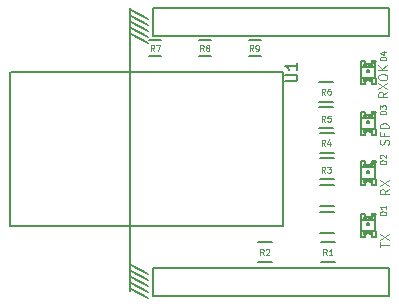
<source format=gbr>
G04 #@! TF.FileFunction,Legend,Top*
%FSLAX46Y46*%
G04 Gerber Fmt 4.6, Leading zero omitted, Abs format (unit mm)*
G04 Created by KiCad (PCBNEW (after 2015-may-25 BZR unknown)-product) date Wed 03 Jun 2015 02:58:06 PM PDT*
%MOMM*%
G01*
G04 APERTURE LIST*
%ADD10C,0.100000*%
%ADD11C,0.125000*%
%ADD12C,0.150000*%
G04 APERTURE END LIST*
D10*
D11*
X159561571Y-98827714D02*
X159597286Y-98720571D01*
X159597286Y-98542000D01*
X159561571Y-98470571D01*
X159525857Y-98434857D01*
X159454429Y-98399142D01*
X159383000Y-98399142D01*
X159311571Y-98434857D01*
X159275857Y-98470571D01*
X159240143Y-98542000D01*
X159204429Y-98684857D01*
X159168714Y-98756285D01*
X159133000Y-98792000D01*
X159061571Y-98827714D01*
X158990143Y-98827714D01*
X158918714Y-98792000D01*
X158883000Y-98756285D01*
X158847286Y-98684857D01*
X158847286Y-98506285D01*
X158883000Y-98399142D01*
X159204429Y-97827714D02*
X159204429Y-98077714D01*
X159597286Y-98077714D02*
X158847286Y-98077714D01*
X158847286Y-97720571D01*
X159597286Y-97434857D02*
X158847286Y-97434857D01*
X158847286Y-97256285D01*
X158883000Y-97149142D01*
X158954429Y-97077714D01*
X159025857Y-97041999D01*
X159168714Y-97006285D01*
X159275857Y-97006285D01*
X159418714Y-97041999D01*
X159490143Y-97077714D01*
X159561571Y-97149142D01*
X159597286Y-97256285D01*
X159597286Y-97434857D01*
X159470286Y-94364857D02*
X159113143Y-94614857D01*
X159470286Y-94793429D02*
X158720286Y-94793429D01*
X158720286Y-94507714D01*
X158756000Y-94436286D01*
X158791714Y-94400571D01*
X158863143Y-94364857D01*
X158970286Y-94364857D01*
X159041714Y-94400571D01*
X159077429Y-94436286D01*
X159113143Y-94507714D01*
X159113143Y-94793429D01*
X158720286Y-94114857D02*
X159470286Y-93614857D01*
X158720286Y-93614857D02*
X159470286Y-94114857D01*
X158720286Y-93186285D02*
X158720286Y-93043428D01*
X158756000Y-92972000D01*
X158827429Y-92900571D01*
X158970286Y-92864857D01*
X159220286Y-92864857D01*
X159363143Y-92900571D01*
X159434571Y-92972000D01*
X159470286Y-93043428D01*
X159470286Y-93186285D01*
X159434571Y-93257714D01*
X159363143Y-93329143D01*
X159220286Y-93364857D01*
X158970286Y-93364857D01*
X158827429Y-93329143D01*
X158756000Y-93257714D01*
X158720286Y-93186285D01*
X159470286Y-92543429D02*
X158720286Y-92543429D01*
X159470286Y-92114857D02*
X159041714Y-92436286D01*
X158720286Y-92114857D02*
X159148857Y-92543429D01*
X159597286Y-102614000D02*
X159240143Y-102864000D01*
X159597286Y-103042572D02*
X158847286Y-103042572D01*
X158847286Y-102756857D01*
X158883000Y-102685429D01*
X158918714Y-102649714D01*
X158990143Y-102614000D01*
X159097286Y-102614000D01*
X159168714Y-102649714D01*
X159204429Y-102685429D01*
X159240143Y-102756857D01*
X159240143Y-103042572D01*
X158847286Y-102364000D02*
X159597286Y-101864000D01*
X158847286Y-101864000D02*
X159597286Y-102364000D01*
X158847286Y-107505428D02*
X158847286Y-107076857D01*
X159597286Y-107291143D02*
X158847286Y-107291143D01*
X158847286Y-106898285D02*
X159597286Y-106398285D01*
X158847286Y-106398285D02*
X159597286Y-106898285D01*
D12*
X157561280Y-105166160D02*
X157236160Y-105166160D01*
X157236160Y-105166160D02*
X157236160Y-104665780D01*
X157561280Y-104665780D02*
X157236160Y-104665780D01*
X157561280Y-105166160D02*
X157561280Y-104665780D01*
X158183580Y-105166160D02*
X158033720Y-105166160D01*
X158033720Y-105166160D02*
X158033720Y-104914700D01*
X158183580Y-104914700D02*
X158033720Y-104914700D01*
X158183580Y-105166160D02*
X158183580Y-104914700D01*
X157688280Y-105166160D02*
X157538420Y-105166160D01*
X157538420Y-105166160D02*
X157538420Y-104914700D01*
X157688280Y-104914700D02*
X157538420Y-104914700D01*
X157688280Y-105166160D02*
X157688280Y-104914700D01*
X158059120Y-105166160D02*
X157662880Y-105166160D01*
X157662880Y-105166160D02*
X157662880Y-104990900D01*
X158059120Y-104990900D02*
X157662880Y-104990900D01*
X158059120Y-105166160D02*
X158059120Y-104990900D01*
X157561280Y-106662220D02*
X157236160Y-106662220D01*
X157236160Y-106662220D02*
X157236160Y-106161840D01*
X157561280Y-106161840D02*
X157236160Y-106161840D01*
X157561280Y-106662220D02*
X157561280Y-106161840D01*
X158485840Y-106662220D02*
X158160720Y-106662220D01*
X158160720Y-106662220D02*
X158160720Y-106161840D01*
X158485840Y-106161840D02*
X158160720Y-106161840D01*
X158485840Y-106662220D02*
X158485840Y-106161840D01*
X157688280Y-106413300D02*
X157538420Y-106413300D01*
X157538420Y-106413300D02*
X157538420Y-106161840D01*
X157688280Y-106161840D02*
X157538420Y-106161840D01*
X157688280Y-106413300D02*
X157688280Y-106161840D01*
X158183580Y-106413300D02*
X158033720Y-106413300D01*
X158033720Y-106413300D02*
X158033720Y-106161840D01*
X158183580Y-106161840D02*
X158033720Y-106161840D01*
X158183580Y-106413300D02*
X158183580Y-106161840D01*
X158059120Y-106337100D02*
X157662880Y-106337100D01*
X157662880Y-106337100D02*
X157662880Y-106161840D01*
X158059120Y-106161840D02*
X157662880Y-106161840D01*
X158059120Y-106337100D02*
X158059120Y-106161840D01*
X157960060Y-105664000D02*
X157761940Y-105664000D01*
X157761940Y-105664000D02*
X157761940Y-105465880D01*
X157960060Y-105465880D02*
X157761940Y-105465880D01*
X157960060Y-105664000D02*
X157960060Y-105465880D01*
X158460440Y-105166160D02*
X158160720Y-105166160D01*
X158160720Y-105166160D02*
X158160720Y-104866440D01*
X158460440Y-104866440D02*
X158160720Y-104866440D01*
X158460440Y-105166160D02*
X158460440Y-104866440D01*
X158485840Y-104739440D02*
X158259780Y-104739440D01*
X158259780Y-104739440D02*
X158259780Y-104665780D01*
X158485840Y-104665780D02*
X158259780Y-104665780D01*
X158485840Y-104739440D02*
X158485840Y-104665780D01*
X157286960Y-105140760D02*
X157286960Y-106187240D01*
X158435040Y-106161840D02*
X158435040Y-104739440D01*
X158382422Y-104815640D02*
G75*
G03X158382422Y-104815640I-71842J0D01*
G01*
X158208980Y-104665780D02*
G75*
G02X157513020Y-104665780I-347980J0D01*
G01*
X157513020Y-106662220D02*
G75*
G02X158208980Y-106662220I347980J0D01*
G01*
X157561280Y-100721160D02*
X157236160Y-100721160D01*
X157236160Y-100721160D02*
X157236160Y-100220780D01*
X157561280Y-100220780D02*
X157236160Y-100220780D01*
X157561280Y-100721160D02*
X157561280Y-100220780D01*
X158183580Y-100721160D02*
X158033720Y-100721160D01*
X158033720Y-100721160D02*
X158033720Y-100469700D01*
X158183580Y-100469700D02*
X158033720Y-100469700D01*
X158183580Y-100721160D02*
X158183580Y-100469700D01*
X157688280Y-100721160D02*
X157538420Y-100721160D01*
X157538420Y-100721160D02*
X157538420Y-100469700D01*
X157688280Y-100469700D02*
X157538420Y-100469700D01*
X157688280Y-100721160D02*
X157688280Y-100469700D01*
X158059120Y-100721160D02*
X157662880Y-100721160D01*
X157662880Y-100721160D02*
X157662880Y-100545900D01*
X158059120Y-100545900D02*
X157662880Y-100545900D01*
X158059120Y-100721160D02*
X158059120Y-100545900D01*
X157561280Y-102217220D02*
X157236160Y-102217220D01*
X157236160Y-102217220D02*
X157236160Y-101716840D01*
X157561280Y-101716840D02*
X157236160Y-101716840D01*
X157561280Y-102217220D02*
X157561280Y-101716840D01*
X158485840Y-102217220D02*
X158160720Y-102217220D01*
X158160720Y-102217220D02*
X158160720Y-101716840D01*
X158485840Y-101716840D02*
X158160720Y-101716840D01*
X158485840Y-102217220D02*
X158485840Y-101716840D01*
X157688280Y-101968300D02*
X157538420Y-101968300D01*
X157538420Y-101968300D02*
X157538420Y-101716840D01*
X157688280Y-101716840D02*
X157538420Y-101716840D01*
X157688280Y-101968300D02*
X157688280Y-101716840D01*
X158183580Y-101968300D02*
X158033720Y-101968300D01*
X158033720Y-101968300D02*
X158033720Y-101716840D01*
X158183580Y-101716840D02*
X158033720Y-101716840D01*
X158183580Y-101968300D02*
X158183580Y-101716840D01*
X158059120Y-101892100D02*
X157662880Y-101892100D01*
X157662880Y-101892100D02*
X157662880Y-101716840D01*
X158059120Y-101716840D02*
X157662880Y-101716840D01*
X158059120Y-101892100D02*
X158059120Y-101716840D01*
X157960060Y-101219000D02*
X157761940Y-101219000D01*
X157761940Y-101219000D02*
X157761940Y-101020880D01*
X157960060Y-101020880D02*
X157761940Y-101020880D01*
X157960060Y-101219000D02*
X157960060Y-101020880D01*
X158460440Y-100721160D02*
X158160720Y-100721160D01*
X158160720Y-100721160D02*
X158160720Y-100421440D01*
X158460440Y-100421440D02*
X158160720Y-100421440D01*
X158460440Y-100721160D02*
X158460440Y-100421440D01*
X158485840Y-100294440D02*
X158259780Y-100294440D01*
X158259780Y-100294440D02*
X158259780Y-100220780D01*
X158485840Y-100220780D02*
X158259780Y-100220780D01*
X158485840Y-100294440D02*
X158485840Y-100220780D01*
X157286960Y-100695760D02*
X157286960Y-101742240D01*
X158435040Y-101716840D02*
X158435040Y-100294440D01*
X158382422Y-100370640D02*
G75*
G03X158382422Y-100370640I-71842J0D01*
G01*
X158208980Y-100220780D02*
G75*
G02X157513020Y-100220780I-347980J0D01*
G01*
X157513020Y-102217220D02*
G75*
G02X158208980Y-102217220I347980J0D01*
G01*
X157561280Y-96530160D02*
X157236160Y-96530160D01*
X157236160Y-96530160D02*
X157236160Y-96029780D01*
X157561280Y-96029780D02*
X157236160Y-96029780D01*
X157561280Y-96530160D02*
X157561280Y-96029780D01*
X158183580Y-96530160D02*
X158033720Y-96530160D01*
X158033720Y-96530160D02*
X158033720Y-96278700D01*
X158183580Y-96278700D02*
X158033720Y-96278700D01*
X158183580Y-96530160D02*
X158183580Y-96278700D01*
X157688280Y-96530160D02*
X157538420Y-96530160D01*
X157538420Y-96530160D02*
X157538420Y-96278700D01*
X157688280Y-96278700D02*
X157538420Y-96278700D01*
X157688280Y-96530160D02*
X157688280Y-96278700D01*
X158059120Y-96530160D02*
X157662880Y-96530160D01*
X157662880Y-96530160D02*
X157662880Y-96354900D01*
X158059120Y-96354900D02*
X157662880Y-96354900D01*
X158059120Y-96530160D02*
X158059120Y-96354900D01*
X157561280Y-98026220D02*
X157236160Y-98026220D01*
X157236160Y-98026220D02*
X157236160Y-97525840D01*
X157561280Y-97525840D02*
X157236160Y-97525840D01*
X157561280Y-98026220D02*
X157561280Y-97525840D01*
X158485840Y-98026220D02*
X158160720Y-98026220D01*
X158160720Y-98026220D02*
X158160720Y-97525840D01*
X158485840Y-97525840D02*
X158160720Y-97525840D01*
X158485840Y-98026220D02*
X158485840Y-97525840D01*
X157688280Y-97777300D02*
X157538420Y-97777300D01*
X157538420Y-97777300D02*
X157538420Y-97525840D01*
X157688280Y-97525840D02*
X157538420Y-97525840D01*
X157688280Y-97777300D02*
X157688280Y-97525840D01*
X158183580Y-97777300D02*
X158033720Y-97777300D01*
X158033720Y-97777300D02*
X158033720Y-97525840D01*
X158183580Y-97525840D02*
X158033720Y-97525840D01*
X158183580Y-97777300D02*
X158183580Y-97525840D01*
X158059120Y-97701100D02*
X157662880Y-97701100D01*
X157662880Y-97701100D02*
X157662880Y-97525840D01*
X158059120Y-97525840D02*
X157662880Y-97525840D01*
X158059120Y-97701100D02*
X158059120Y-97525840D01*
X157960060Y-97028000D02*
X157761940Y-97028000D01*
X157761940Y-97028000D02*
X157761940Y-96829880D01*
X157960060Y-96829880D02*
X157761940Y-96829880D01*
X157960060Y-97028000D02*
X157960060Y-96829880D01*
X158460440Y-96530160D02*
X158160720Y-96530160D01*
X158160720Y-96530160D02*
X158160720Y-96230440D01*
X158460440Y-96230440D02*
X158160720Y-96230440D01*
X158460440Y-96530160D02*
X158460440Y-96230440D01*
X158485840Y-96103440D02*
X158259780Y-96103440D01*
X158259780Y-96103440D02*
X158259780Y-96029780D01*
X158485840Y-96029780D02*
X158259780Y-96029780D01*
X158485840Y-96103440D02*
X158485840Y-96029780D01*
X157286960Y-96504760D02*
X157286960Y-97551240D01*
X158435040Y-97525840D02*
X158435040Y-96103440D01*
X158382422Y-96179640D02*
G75*
G03X158382422Y-96179640I-71842J0D01*
G01*
X158208980Y-96029780D02*
G75*
G02X157513020Y-96029780I-347980J0D01*
G01*
X157513020Y-98026220D02*
G75*
G02X158208980Y-98026220I347980J0D01*
G01*
X157561280Y-92212160D02*
X157236160Y-92212160D01*
X157236160Y-92212160D02*
X157236160Y-91711780D01*
X157561280Y-91711780D02*
X157236160Y-91711780D01*
X157561280Y-92212160D02*
X157561280Y-91711780D01*
X158183580Y-92212160D02*
X158033720Y-92212160D01*
X158033720Y-92212160D02*
X158033720Y-91960700D01*
X158183580Y-91960700D02*
X158033720Y-91960700D01*
X158183580Y-92212160D02*
X158183580Y-91960700D01*
X157688280Y-92212160D02*
X157538420Y-92212160D01*
X157538420Y-92212160D02*
X157538420Y-91960700D01*
X157688280Y-91960700D02*
X157538420Y-91960700D01*
X157688280Y-92212160D02*
X157688280Y-91960700D01*
X158059120Y-92212160D02*
X157662880Y-92212160D01*
X157662880Y-92212160D02*
X157662880Y-92036900D01*
X158059120Y-92036900D02*
X157662880Y-92036900D01*
X158059120Y-92212160D02*
X158059120Y-92036900D01*
X157561280Y-93708220D02*
X157236160Y-93708220D01*
X157236160Y-93708220D02*
X157236160Y-93207840D01*
X157561280Y-93207840D02*
X157236160Y-93207840D01*
X157561280Y-93708220D02*
X157561280Y-93207840D01*
X158485840Y-93708220D02*
X158160720Y-93708220D01*
X158160720Y-93708220D02*
X158160720Y-93207840D01*
X158485840Y-93207840D02*
X158160720Y-93207840D01*
X158485840Y-93708220D02*
X158485840Y-93207840D01*
X157688280Y-93459300D02*
X157538420Y-93459300D01*
X157538420Y-93459300D02*
X157538420Y-93207840D01*
X157688280Y-93207840D02*
X157538420Y-93207840D01*
X157688280Y-93459300D02*
X157688280Y-93207840D01*
X158183580Y-93459300D02*
X158033720Y-93459300D01*
X158033720Y-93459300D02*
X158033720Y-93207840D01*
X158183580Y-93207840D02*
X158033720Y-93207840D01*
X158183580Y-93459300D02*
X158183580Y-93207840D01*
X158059120Y-93383100D02*
X157662880Y-93383100D01*
X157662880Y-93383100D02*
X157662880Y-93207840D01*
X158059120Y-93207840D02*
X157662880Y-93207840D01*
X158059120Y-93383100D02*
X158059120Y-93207840D01*
X157960060Y-92710000D02*
X157761940Y-92710000D01*
X157761940Y-92710000D02*
X157761940Y-92511880D01*
X157960060Y-92511880D02*
X157761940Y-92511880D01*
X157960060Y-92710000D02*
X157960060Y-92511880D01*
X158460440Y-92212160D02*
X158160720Y-92212160D01*
X158160720Y-92212160D02*
X158160720Y-91912440D01*
X158460440Y-91912440D02*
X158160720Y-91912440D01*
X158460440Y-92212160D02*
X158460440Y-91912440D01*
X158485840Y-91785440D02*
X158259780Y-91785440D01*
X158259780Y-91785440D02*
X158259780Y-91711780D01*
X158485840Y-91711780D02*
X158259780Y-91711780D01*
X158485840Y-91785440D02*
X158485840Y-91711780D01*
X157286960Y-92186760D02*
X157286960Y-93233240D01*
X158435040Y-93207840D02*
X158435040Y-91785440D01*
X158382422Y-91861640D02*
G75*
G03X158382422Y-91861640I-71842J0D01*
G01*
X158208980Y-91711780D02*
G75*
G02X157513020Y-91711780I-347980J0D01*
G01*
X157513020Y-93708220D02*
G75*
G02X158208980Y-93708220I347980J0D01*
G01*
X139609500Y-111653500D02*
X139609500Y-109253500D01*
X139609500Y-111653500D02*
X159609500Y-111653500D01*
X159609500Y-111653500D02*
X159609500Y-109253500D01*
X159609500Y-109253500D02*
X139609500Y-109253500D01*
X139609500Y-89653500D02*
X139609500Y-87253500D01*
X139609500Y-89653500D02*
X159609500Y-89653500D01*
X159609500Y-89653500D02*
X159609500Y-87253500D01*
X159609500Y-87253500D02*
X139609500Y-87253500D01*
X153832000Y-107049600D02*
X155032000Y-107049600D01*
X155032000Y-108799600D02*
X153832000Y-108799600D01*
X148498000Y-107049600D02*
X149698000Y-107049600D01*
X149698000Y-108799600D02*
X148498000Y-108799600D01*
X153755800Y-99963000D02*
X154955800Y-99963000D01*
X154955800Y-101713000D02*
X153755800Y-101713000D01*
X153752000Y-97804000D02*
X154952000Y-97804000D01*
X154952000Y-99554000D02*
X153752000Y-99554000D01*
X153705000Y-95645000D02*
X154905000Y-95645000D01*
X154905000Y-97395000D02*
X153705000Y-97395000D01*
X153705000Y-93486000D02*
X154905000Y-93486000D01*
X154905000Y-95236000D02*
X153705000Y-95236000D01*
X137767000Y-87412000D02*
X139192000Y-88174000D01*
X137767000Y-87920000D02*
X139192000Y-88682000D01*
X137767000Y-88428000D02*
X139192000Y-89190000D01*
X137767000Y-88936000D02*
X139192000Y-89698000D01*
X137767000Y-89444000D02*
X139192000Y-90206000D01*
X137767000Y-109002000D02*
X139192000Y-109764000D01*
X137767000Y-109510000D02*
X139192000Y-110272000D01*
X137767000Y-110018000D02*
X139192000Y-110780000D01*
X137767000Y-110526000D02*
X139192000Y-111288000D01*
X137767000Y-111034000D02*
X139192000Y-111796000D01*
X137697000Y-111223000D02*
X137697000Y-87223000D01*
X127565000Y-105700000D02*
X150565000Y-105700000D01*
X150622000Y-105700000D02*
X150622000Y-92700000D01*
X127565000Y-105700000D02*
X127565000Y-92700000D01*
X127622000Y-92700000D02*
X150622000Y-92700000D01*
X153785000Y-104535000D02*
X154985000Y-104535000D01*
X154985000Y-106285000D02*
X153785000Y-106285000D01*
X153785000Y-102249000D02*
X154985000Y-102249000D01*
X154985000Y-103999000D02*
X153785000Y-103999000D01*
X140327000Y-91302200D02*
X139327000Y-91302200D01*
X139327000Y-89952200D02*
X140327000Y-89952200D01*
X144543400Y-91302200D02*
X143543400Y-91302200D01*
X143543400Y-89952200D02*
X144543400Y-89952200D01*
X147742200Y-89952200D02*
X148742200Y-89952200D01*
X148742200Y-91302200D02*
X147742200Y-91302200D01*
D11*
X159357190Y-104763047D02*
X158857190Y-104763047D01*
X158857190Y-104644000D01*
X158881000Y-104572571D01*
X158928619Y-104524952D01*
X158976238Y-104501143D01*
X159071476Y-104477333D01*
X159142905Y-104477333D01*
X159238143Y-104501143D01*
X159285762Y-104524952D01*
X159333381Y-104572571D01*
X159357190Y-104644000D01*
X159357190Y-104763047D01*
X159357190Y-104001143D02*
X159357190Y-104286857D01*
X159357190Y-104144000D02*
X158857190Y-104144000D01*
X158928619Y-104191619D01*
X158976238Y-104239238D01*
X159000048Y-104286857D01*
X159357190Y-100445047D02*
X158857190Y-100445047D01*
X158857190Y-100326000D01*
X158881000Y-100254571D01*
X158928619Y-100206952D01*
X158976238Y-100183143D01*
X159071476Y-100159333D01*
X159142905Y-100159333D01*
X159238143Y-100183143D01*
X159285762Y-100206952D01*
X159333381Y-100254571D01*
X159357190Y-100326000D01*
X159357190Y-100445047D01*
X158904810Y-99968857D02*
X158881000Y-99945047D01*
X158857190Y-99897428D01*
X158857190Y-99778381D01*
X158881000Y-99730762D01*
X158904810Y-99706952D01*
X158952429Y-99683143D01*
X159000048Y-99683143D01*
X159071476Y-99706952D01*
X159357190Y-99992666D01*
X159357190Y-99683143D01*
X159357190Y-96254047D02*
X158857190Y-96254047D01*
X158857190Y-96135000D01*
X158881000Y-96063571D01*
X158928619Y-96015952D01*
X158976238Y-95992143D01*
X159071476Y-95968333D01*
X159142905Y-95968333D01*
X159238143Y-95992143D01*
X159285762Y-96015952D01*
X159333381Y-96063571D01*
X159357190Y-96135000D01*
X159357190Y-96254047D01*
X158857190Y-95801666D02*
X158857190Y-95492143D01*
X159047667Y-95658809D01*
X159047667Y-95587381D01*
X159071476Y-95539762D01*
X159095286Y-95515952D01*
X159142905Y-95492143D01*
X159261952Y-95492143D01*
X159309571Y-95515952D01*
X159333381Y-95539762D01*
X159357190Y-95587381D01*
X159357190Y-95730238D01*
X159333381Y-95777857D01*
X159309571Y-95801666D01*
X159357190Y-91682047D02*
X158857190Y-91682047D01*
X158857190Y-91563000D01*
X158881000Y-91491571D01*
X158928619Y-91443952D01*
X158976238Y-91420143D01*
X159071476Y-91396333D01*
X159142905Y-91396333D01*
X159238143Y-91420143D01*
X159285762Y-91443952D01*
X159333381Y-91491571D01*
X159357190Y-91563000D01*
X159357190Y-91682047D01*
X159023857Y-90967762D02*
X159357190Y-90967762D01*
X158833381Y-91086809D02*
X159190524Y-91205857D01*
X159190524Y-90896333D01*
X154348667Y-108176190D02*
X154182000Y-107938095D01*
X154062953Y-108176190D02*
X154062953Y-107676190D01*
X154253429Y-107676190D01*
X154301048Y-107700000D01*
X154324857Y-107723810D01*
X154348667Y-107771429D01*
X154348667Y-107842857D01*
X154324857Y-107890476D01*
X154301048Y-107914286D01*
X154253429Y-107938095D01*
X154062953Y-107938095D01*
X154824857Y-108176190D02*
X154539143Y-108176190D01*
X154682000Y-108176190D02*
X154682000Y-107676190D01*
X154634381Y-107747619D01*
X154586762Y-107795238D01*
X154539143Y-107819048D01*
X149014667Y-108176190D02*
X148848000Y-107938095D01*
X148728953Y-108176190D02*
X148728953Y-107676190D01*
X148919429Y-107676190D01*
X148967048Y-107700000D01*
X148990857Y-107723810D01*
X149014667Y-107771429D01*
X149014667Y-107842857D01*
X148990857Y-107890476D01*
X148967048Y-107914286D01*
X148919429Y-107938095D01*
X148728953Y-107938095D01*
X149205143Y-107723810D02*
X149228953Y-107700000D01*
X149276572Y-107676190D01*
X149395619Y-107676190D01*
X149443238Y-107700000D01*
X149467048Y-107723810D01*
X149490857Y-107771429D01*
X149490857Y-107819048D01*
X149467048Y-107890476D01*
X149181334Y-108176190D01*
X149490857Y-108176190D01*
X154221667Y-101191190D02*
X154055000Y-100953095D01*
X153935953Y-101191190D02*
X153935953Y-100691190D01*
X154126429Y-100691190D01*
X154174048Y-100715000D01*
X154197857Y-100738810D01*
X154221667Y-100786429D01*
X154221667Y-100857857D01*
X154197857Y-100905476D01*
X154174048Y-100929286D01*
X154126429Y-100953095D01*
X153935953Y-100953095D01*
X154388334Y-100691190D02*
X154697857Y-100691190D01*
X154531191Y-100881667D01*
X154602619Y-100881667D01*
X154650238Y-100905476D01*
X154674048Y-100929286D01*
X154697857Y-100976905D01*
X154697857Y-101095952D01*
X154674048Y-101143571D01*
X154650238Y-101167381D01*
X154602619Y-101191190D01*
X154459762Y-101191190D01*
X154412143Y-101167381D01*
X154388334Y-101143571D01*
X154221667Y-98905190D02*
X154055000Y-98667095D01*
X153935953Y-98905190D02*
X153935953Y-98405190D01*
X154126429Y-98405190D01*
X154174048Y-98429000D01*
X154197857Y-98452810D01*
X154221667Y-98500429D01*
X154221667Y-98571857D01*
X154197857Y-98619476D01*
X154174048Y-98643286D01*
X154126429Y-98667095D01*
X153935953Y-98667095D01*
X154650238Y-98571857D02*
X154650238Y-98905190D01*
X154531191Y-98381381D02*
X154412143Y-98738524D01*
X154721667Y-98738524D01*
X154221667Y-96873190D02*
X154055000Y-96635095D01*
X153935953Y-96873190D02*
X153935953Y-96373190D01*
X154126429Y-96373190D01*
X154174048Y-96397000D01*
X154197857Y-96420810D01*
X154221667Y-96468429D01*
X154221667Y-96539857D01*
X154197857Y-96587476D01*
X154174048Y-96611286D01*
X154126429Y-96635095D01*
X153935953Y-96635095D01*
X154674048Y-96373190D02*
X154435953Y-96373190D01*
X154412143Y-96611286D01*
X154435953Y-96587476D01*
X154483572Y-96563667D01*
X154602619Y-96563667D01*
X154650238Y-96587476D01*
X154674048Y-96611286D01*
X154697857Y-96658905D01*
X154697857Y-96777952D01*
X154674048Y-96825571D01*
X154650238Y-96849381D01*
X154602619Y-96873190D01*
X154483572Y-96873190D01*
X154435953Y-96849381D01*
X154412143Y-96825571D01*
X154221667Y-94587190D02*
X154055000Y-94349095D01*
X153935953Y-94587190D02*
X153935953Y-94087190D01*
X154126429Y-94087190D01*
X154174048Y-94111000D01*
X154197857Y-94134810D01*
X154221667Y-94182429D01*
X154221667Y-94253857D01*
X154197857Y-94301476D01*
X154174048Y-94325286D01*
X154126429Y-94349095D01*
X153935953Y-94349095D01*
X154650238Y-94087190D02*
X154555000Y-94087190D01*
X154507381Y-94111000D01*
X154483572Y-94134810D01*
X154435953Y-94206238D01*
X154412143Y-94301476D01*
X154412143Y-94491952D01*
X154435953Y-94539571D01*
X154459762Y-94563381D01*
X154507381Y-94587190D01*
X154602619Y-94587190D01*
X154650238Y-94563381D01*
X154674048Y-94539571D01*
X154697857Y-94491952D01*
X154697857Y-94372905D01*
X154674048Y-94325286D01*
X154650238Y-94301476D01*
X154602619Y-94277667D01*
X154507381Y-94277667D01*
X154459762Y-94301476D01*
X154435953Y-94325286D01*
X154412143Y-94372905D01*
D12*
X150836381Y-93471905D02*
X151645905Y-93471905D01*
X151741143Y-93424286D01*
X151788762Y-93376667D01*
X151836381Y-93281429D01*
X151836381Y-93090952D01*
X151788762Y-92995714D01*
X151741143Y-92948095D01*
X151645905Y-92900476D01*
X150836381Y-92900476D01*
X151836381Y-91900476D02*
X151836381Y-92471905D01*
X151836381Y-92186191D02*
X150836381Y-92186191D01*
X150979238Y-92281429D01*
X151074476Y-92376667D01*
X151122095Y-92471905D01*
D11*
X139743667Y-90904190D02*
X139577000Y-90666095D01*
X139457953Y-90904190D02*
X139457953Y-90404190D01*
X139648429Y-90404190D01*
X139696048Y-90428000D01*
X139719857Y-90451810D01*
X139743667Y-90499429D01*
X139743667Y-90570857D01*
X139719857Y-90618476D01*
X139696048Y-90642286D01*
X139648429Y-90666095D01*
X139457953Y-90666095D01*
X139910334Y-90404190D02*
X140243667Y-90404190D01*
X140029381Y-90904190D01*
X143934667Y-90904190D02*
X143768000Y-90666095D01*
X143648953Y-90904190D02*
X143648953Y-90404190D01*
X143839429Y-90404190D01*
X143887048Y-90428000D01*
X143910857Y-90451810D01*
X143934667Y-90499429D01*
X143934667Y-90570857D01*
X143910857Y-90618476D01*
X143887048Y-90642286D01*
X143839429Y-90666095D01*
X143648953Y-90666095D01*
X144220381Y-90618476D02*
X144172762Y-90594667D01*
X144148953Y-90570857D01*
X144125143Y-90523238D01*
X144125143Y-90499429D01*
X144148953Y-90451810D01*
X144172762Y-90428000D01*
X144220381Y-90404190D01*
X144315619Y-90404190D01*
X144363238Y-90428000D01*
X144387048Y-90451810D01*
X144410857Y-90499429D01*
X144410857Y-90523238D01*
X144387048Y-90570857D01*
X144363238Y-90594667D01*
X144315619Y-90618476D01*
X144220381Y-90618476D01*
X144172762Y-90642286D01*
X144148953Y-90666095D01*
X144125143Y-90713714D01*
X144125143Y-90808952D01*
X144148953Y-90856571D01*
X144172762Y-90880381D01*
X144220381Y-90904190D01*
X144315619Y-90904190D01*
X144363238Y-90880381D01*
X144387048Y-90856571D01*
X144410857Y-90808952D01*
X144410857Y-90713714D01*
X144387048Y-90666095D01*
X144363238Y-90642286D01*
X144315619Y-90618476D01*
X148125667Y-90904190D02*
X147959000Y-90666095D01*
X147839953Y-90904190D02*
X147839953Y-90404190D01*
X148030429Y-90404190D01*
X148078048Y-90428000D01*
X148101857Y-90451810D01*
X148125667Y-90499429D01*
X148125667Y-90570857D01*
X148101857Y-90618476D01*
X148078048Y-90642286D01*
X148030429Y-90666095D01*
X147839953Y-90666095D01*
X148363762Y-90904190D02*
X148459000Y-90904190D01*
X148506619Y-90880381D01*
X148530429Y-90856571D01*
X148578048Y-90785143D01*
X148601857Y-90689905D01*
X148601857Y-90499429D01*
X148578048Y-90451810D01*
X148554238Y-90428000D01*
X148506619Y-90404190D01*
X148411381Y-90404190D01*
X148363762Y-90428000D01*
X148339953Y-90451810D01*
X148316143Y-90499429D01*
X148316143Y-90618476D01*
X148339953Y-90666095D01*
X148363762Y-90689905D01*
X148411381Y-90713714D01*
X148506619Y-90713714D01*
X148554238Y-90689905D01*
X148578048Y-90666095D01*
X148601857Y-90618476D01*
M02*

</source>
